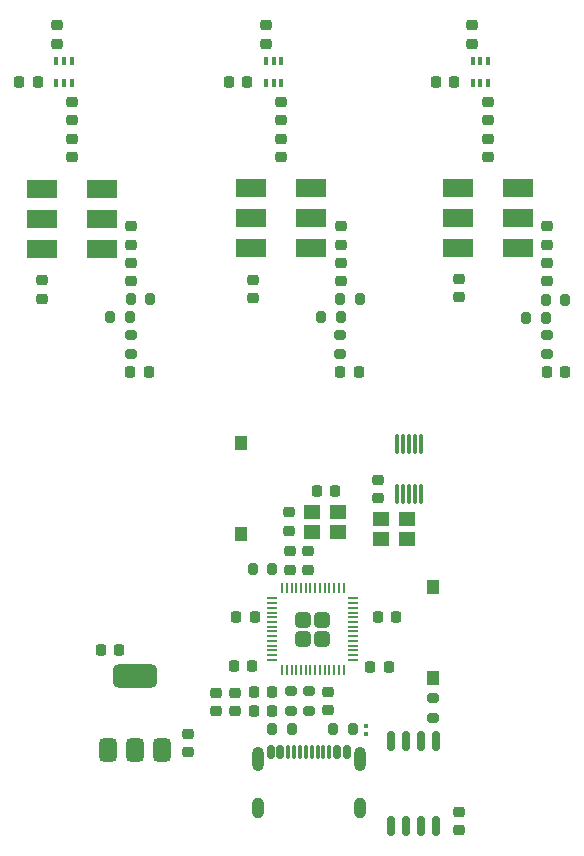
<source format=gbr>
%TF.GenerationSoftware,KiCad,Pcbnew,9.0.0*%
%TF.CreationDate,2025-05-17T06:27:11-04:00*%
%TF.ProjectId,phase-interferometer,70686173-652d-4696-9e74-65726665726f,rev?*%
%TF.SameCoordinates,Original*%
%TF.FileFunction,Paste,Top*%
%TF.FilePolarity,Positive*%
%FSLAX46Y46*%
G04 Gerber Fmt 4.6, Leading zero omitted, Abs format (unit mm)*
G04 Created by KiCad (PCBNEW 9.0.0) date 2025-05-17 06:27:11*
%MOMM*%
%LPD*%
G01*
G04 APERTURE LIST*
G04 Aperture macros list*
%AMRoundRect*
0 Rectangle with rounded corners*
0 $1 Rounding radius*
0 $2 $3 $4 $5 $6 $7 $8 $9 X,Y pos of 4 corners*
0 Add a 4 corners polygon primitive as box body*
4,1,4,$2,$3,$4,$5,$6,$7,$8,$9,$2,$3,0*
0 Add four circle primitives for the rounded corners*
1,1,$1+$1,$2,$3*
1,1,$1+$1,$4,$5*
1,1,$1+$1,$6,$7*
1,1,$1+$1,$8,$9*
0 Add four rect primitives between the rounded corners*
20,1,$1+$1,$2,$3,$4,$5,0*
20,1,$1+$1,$4,$5,$6,$7,0*
20,1,$1+$1,$6,$7,$8,$9,0*
20,1,$1+$1,$8,$9,$2,$3,0*%
G04 Aperture macros list end*
%ADD10R,1.400000X1.200000*%
%ADD11RoundRect,0.087500X0.087500X-0.725000X0.087500X0.725000X-0.087500X0.725000X-0.087500X-0.725000X0*%
%ADD12RoundRect,0.225000X0.250000X-0.225000X0.250000X0.225000X-0.250000X0.225000X-0.250000X-0.225000X0*%
%ADD13RoundRect,0.225000X0.225000X0.250000X-0.225000X0.250000X-0.225000X-0.250000X0.225000X-0.250000X0*%
%ADD14R,2.540000X1.650000*%
%ADD15RoundRect,0.200000X0.275000X-0.200000X0.275000X0.200000X-0.275000X0.200000X-0.275000X-0.200000X0*%
%ADD16RoundRect,0.225000X-0.250000X0.225000X-0.250000X-0.225000X0.250000X-0.225000X0.250000X0.225000X0*%
%ADD17RoundRect,0.225000X-0.225000X-0.250000X0.225000X-0.250000X0.225000X0.250000X-0.225000X0.250000X0*%
%ADD18RoundRect,0.200000X-0.200000X-0.275000X0.200000X-0.275000X0.200000X0.275000X-0.200000X0.275000X0*%
%ADD19RoundRect,0.100000X0.100000X-0.225000X0.100000X0.225000X-0.100000X0.225000X-0.100000X-0.225000X0*%
%ADD20RoundRect,0.200000X0.200000X0.275000X-0.200000X0.275000X-0.200000X-0.275000X0.200000X-0.275000X0*%
%ADD21RoundRect,0.150000X-0.150000X-0.425000X0.150000X-0.425000X0.150000X0.425000X-0.150000X0.425000X0*%
%ADD22RoundRect,0.075000X-0.075000X-0.500000X0.075000X-0.500000X0.075000X0.500000X-0.075000X0.500000X0*%
%ADD23O,1.000000X2.100000*%
%ADD24O,1.000000X1.800000*%
%ADD25RoundRect,0.200000X-0.275000X0.200000X-0.275000X-0.200000X0.275000X-0.200000X0.275000X0.200000X0*%
%ADD26R,1.000000X1.250000*%
%ADD27RoundRect,0.375000X0.375000X-0.625000X0.375000X0.625000X-0.375000X0.625000X-0.375000X-0.625000X0*%
%ADD28RoundRect,0.500000X1.400000X-0.500000X1.400000X0.500000X-1.400000X0.500000X-1.400000X-0.500000X0*%
%ADD29RoundRect,0.079500X0.100500X-0.079500X0.100500X0.079500X-0.100500X0.079500X-0.100500X-0.079500X0*%
%ADD30RoundRect,0.249999X0.395001X0.395001X-0.395001X0.395001X-0.395001X-0.395001X0.395001X-0.395001X0*%
%ADD31RoundRect,0.050000X0.387500X0.050000X-0.387500X0.050000X-0.387500X-0.050000X0.387500X-0.050000X0*%
%ADD32RoundRect,0.050000X0.050000X0.387500X-0.050000X0.387500X-0.050000X-0.387500X0.050000X-0.387500X0*%
%ADD33RoundRect,0.162500X-0.162500X0.650000X-0.162500X-0.650000X0.162500X-0.650000X0.162500X0.650000X0*%
G04 APERTURE END LIST*
D10*
%TO.C,Y4*%
X159800000Y-100978833D03*
X162000000Y-100978833D03*
X162000000Y-102678833D03*
X159800000Y-102678833D03*
%TD*%
D11*
%TO.C,Y1*%
X161200000Y-94566333D03*
X161700000Y-94566333D03*
X162200000Y-94566333D03*
X162700000Y-94566333D03*
X163200000Y-94566333D03*
X163200000Y-98791333D03*
X162700000Y-98791333D03*
X162200000Y-98791333D03*
X161700000Y-98791333D03*
X161200000Y-98791333D03*
%TD*%
D12*
%TO.C,C41*%
X159600000Y-97603833D03*
X159600000Y-99153833D03*
%TD*%
D13*
%TO.C,C3*%
X166015000Y-63960000D03*
X164465000Y-63960000D03*
%TD*%
D10*
%TO.C,Y3*%
X153950000Y-102050000D03*
X156150000Y-102050000D03*
X156150000Y-100350000D03*
X153950000Y-100350000D03*
%TD*%
D14*
%TO.C,U5*%
X153930000Y-78000000D03*
X153930000Y-75460000D03*
X153930000Y-72920000D03*
X148850000Y-72920000D03*
X148850000Y-75460000D03*
X148850000Y-78000000D03*
%TD*%
D13*
%TO.C,C27*%
X161075000Y-109200000D03*
X159525000Y-109200000D03*
%TD*%
D15*
%TO.C,R5*%
X156390000Y-87010000D03*
X156390000Y-85360000D03*
%TD*%
D13*
%TO.C,C14*%
X160475000Y-113500000D03*
X158925000Y-113500000D03*
%TD*%
D16*
%TO.C,C18*%
X156440000Y-76160000D03*
X156440000Y-77710000D03*
%TD*%
D12*
%TO.C,C16*%
X131150000Y-82275000D03*
X131150000Y-80725000D03*
%TD*%
D17*
%TO.C,C22*%
X156390000Y-88510000D03*
X157940000Y-88510000D03*
%TD*%
D18*
%TO.C,R9*%
X173790000Y-82360000D03*
X175440000Y-82360000D03*
%TD*%
D12*
%TO.C,C40*%
X143500000Y-120675000D03*
X143500000Y-119125000D03*
%TD*%
D19*
%TO.C,U6*%
X167590000Y-64060000D03*
X168240000Y-64060000D03*
X168890000Y-64060000D03*
X168890000Y-62160000D03*
X168240000Y-62160000D03*
X167590000Y-62160000D03*
%TD*%
D12*
%TO.C,C17*%
X148950000Y-82235000D03*
X148950000Y-80685000D03*
%TD*%
D19*
%TO.C,U4*%
X150090000Y-64060000D03*
X150740000Y-64060000D03*
X151390000Y-64060000D03*
X151390000Y-62160000D03*
X150740000Y-62160000D03*
X150090000Y-62160000D03*
%TD*%
D16*
%TO.C,C9*%
X168890000Y-65610000D03*
X168890000Y-67160000D03*
%TD*%
D20*
%TO.C,R7*%
X173765000Y-83910000D03*
X172115000Y-83910000D03*
%TD*%
D16*
%TO.C,C8*%
X151340000Y-65610000D03*
X151340000Y-67160000D03*
%TD*%
D21*
%TO.C,J1*%
X150500000Y-120670000D03*
X151300000Y-120670000D03*
D22*
X152450000Y-120670000D03*
X153450000Y-120670000D03*
X153950000Y-120670000D03*
X154950000Y-120670000D03*
D21*
X156100000Y-120670000D03*
X156900000Y-120670000D03*
X156900000Y-120670000D03*
X156100000Y-120670000D03*
D22*
X155450000Y-120670000D03*
X154450000Y-120670000D03*
X152950000Y-120670000D03*
X151950000Y-120670000D03*
D21*
X151300000Y-120670000D03*
X150500000Y-120670000D03*
D23*
X149380000Y-121245000D03*
D24*
X149380000Y-125425000D03*
D23*
X158020000Y-121245000D03*
D24*
X158020000Y-125425000D03*
%TD*%
D25*
%TO.C,R11*%
X152164488Y-115543698D03*
X152164488Y-117193698D03*
%TD*%
D15*
%TO.C,R10*%
X153764488Y-117193698D03*
X153764488Y-115543698D03*
%TD*%
D17*
%TO.C,C33*%
X149039488Y-115618698D03*
X150589488Y-115618698D03*
%TD*%
D16*
%TO.C,C38*%
X152000000Y-100375000D03*
X152000000Y-101925000D03*
%TD*%
D12*
%TO.C,C36*%
X166400000Y-127275000D03*
X166400000Y-125725000D03*
%TD*%
D16*
%TO.C,C10*%
X133690000Y-68760000D03*
X133690000Y-70310000D03*
%TD*%
%TO.C,C12*%
X168890000Y-68760000D03*
X168890000Y-70310000D03*
%TD*%
%TO.C,C11*%
X151340000Y-68760000D03*
X151340000Y-70310000D03*
%TD*%
D15*
%TO.C,R3*%
X138640000Y-87010000D03*
X138640000Y-85360000D03*
%TD*%
D16*
%TO.C,C21*%
X156440000Y-79235000D03*
X156440000Y-80785000D03*
%TD*%
D17*
%TO.C,C37*%
X154375000Y-98600000D03*
X155925000Y-98600000D03*
%TD*%
D16*
%TO.C,C34*%
X152100000Y-103675000D03*
X152100000Y-105225000D03*
%TD*%
%TO.C,C28*%
X153629652Y-103675000D03*
X153629652Y-105225000D03*
%TD*%
D19*
%TO.C,U3*%
X132340000Y-64060000D03*
X132990000Y-64060000D03*
X133640000Y-64060000D03*
X133640000Y-62160000D03*
X132990000Y-62160000D03*
X132340000Y-62160000D03*
%TD*%
D17*
%TO.C,C20*%
X138590000Y-88510000D03*
X140140000Y-88510000D03*
%TD*%
D20*
%TO.C,R12*%
X152275000Y-118750000D03*
X150625000Y-118750000D03*
%TD*%
D26*
%TO.C,SW1*%
X164200000Y-106675000D03*
X164200000Y-114425000D03*
%TD*%
D27*
%TO.C,U9*%
X136700000Y-120500000D03*
X139000000Y-120500000D03*
D28*
X139000000Y-114200000D03*
D27*
X141300000Y-120500000D03*
%TD*%
D17*
%TO.C,C26*%
X173840000Y-88510000D03*
X175390000Y-88510000D03*
%TD*%
D18*
%TO.C,R15*%
X148975000Y-105200000D03*
X150625000Y-105200000D03*
%TD*%
D12*
%TO.C,C32*%
X155314488Y-117143698D03*
X155314488Y-115593698D03*
%TD*%
D16*
%TO.C,C15*%
X138690000Y-76160000D03*
X138690000Y-77710000D03*
%TD*%
D13*
%TO.C,C1*%
X130740000Y-63960000D03*
X129190000Y-63960000D03*
%TD*%
D14*
%TO.C,U7*%
X171440000Y-77990000D03*
X171440000Y-75450000D03*
X171440000Y-72910000D03*
X166360000Y-72910000D03*
X166360000Y-75450000D03*
X166360000Y-77990000D03*
%TD*%
D18*
%TO.C,R13*%
X155775000Y-118750000D03*
X157425000Y-118750000D03*
%TD*%
D20*
%TO.C,R2*%
X138565000Y-83860000D03*
X136915000Y-83860000D03*
%TD*%
D29*
%TO.C,FB1*%
X158550000Y-119145000D03*
X158550000Y-118455000D03*
%TD*%
D17*
%TO.C,C29*%
X147575000Y-109250000D03*
X149125000Y-109250000D03*
%TD*%
D30*
%TO.C,U1*%
X154850000Y-111062500D03*
X154850000Y-109462500D03*
X153250000Y-111062500D03*
X153250000Y-109462500D03*
D31*
X157487500Y-112862500D03*
X157487500Y-112462500D03*
X157487500Y-112062500D03*
X157487500Y-111662500D03*
X157487500Y-111262500D03*
X157487500Y-110862500D03*
X157487500Y-110462500D03*
X157487500Y-110062500D03*
X157487500Y-109662500D03*
X157487500Y-109262500D03*
X157487500Y-108862500D03*
X157487500Y-108462500D03*
X157487500Y-108062500D03*
X157487500Y-107662500D03*
D32*
X156650000Y-106825000D03*
X156250000Y-106825000D03*
X155850000Y-106825000D03*
X155450000Y-106825000D03*
X155050000Y-106825000D03*
X154650000Y-106825000D03*
X154250000Y-106825000D03*
X153850000Y-106825000D03*
X153450000Y-106825000D03*
X153050000Y-106825000D03*
X152650000Y-106825000D03*
X152250000Y-106825000D03*
X151850000Y-106825000D03*
X151450000Y-106825000D03*
D31*
X150612500Y-107662500D03*
X150612500Y-108062500D03*
X150612500Y-108462500D03*
X150612500Y-108862500D03*
X150612500Y-109262500D03*
X150612500Y-109662500D03*
X150612500Y-110062500D03*
X150612500Y-110462500D03*
X150612500Y-110862500D03*
X150612500Y-111262500D03*
X150612500Y-111662500D03*
X150612500Y-112062500D03*
X150612500Y-112462500D03*
X150612500Y-112862500D03*
D32*
X151450000Y-113700000D03*
X151850000Y-113700000D03*
X152250000Y-113700000D03*
X152650000Y-113700000D03*
X153050000Y-113700000D03*
X153450000Y-113700000D03*
X153850000Y-113700000D03*
X154250000Y-113700000D03*
X154650000Y-113700000D03*
X155050000Y-113700000D03*
X155450000Y-113700000D03*
X155850000Y-113700000D03*
X156250000Y-113700000D03*
X156650000Y-113700000D03*
%TD*%
D17*
%TO.C,C30*%
X147375000Y-113400000D03*
X148925000Y-113400000D03*
%TD*%
D16*
%TO.C,C5*%
X150090000Y-59160000D03*
X150090000Y-60710000D03*
%TD*%
D14*
%TO.C,U2*%
X136180000Y-78100000D03*
X136180000Y-75560000D03*
X136180000Y-73020000D03*
X131100000Y-73020000D03*
X131100000Y-75560000D03*
X131100000Y-78100000D03*
%TD*%
D15*
%TO.C,R8*%
X173840000Y-87010000D03*
X173840000Y-85360000D03*
%TD*%
D33*
%TO.C,U8*%
X164505000Y-119762500D03*
X163235000Y-119762500D03*
X161965000Y-119762500D03*
X160695000Y-119762500D03*
X160695000Y-126937500D03*
X161965000Y-126937500D03*
X163235000Y-126937500D03*
X164505000Y-126937500D03*
%TD*%
D12*
%TO.C,C23*%
X166410000Y-82135000D03*
X166410000Y-80585000D03*
%TD*%
D16*
%TO.C,C13*%
X145864488Y-115643698D03*
X145864488Y-117193698D03*
%TD*%
D18*
%TO.C,R1*%
X138615000Y-82310000D03*
X140265000Y-82310000D03*
%TD*%
D26*
%TO.C,SW2*%
X147950000Y-94475000D03*
X147950000Y-102225000D03*
%TD*%
D25*
%TO.C,R14*%
X164200000Y-116125000D03*
X164200000Y-117775000D03*
%TD*%
D16*
%TO.C,C6*%
X167565000Y-59160000D03*
X167565000Y-60710000D03*
%TD*%
%TO.C,C25*%
X173840000Y-79285000D03*
X173840000Y-80835000D03*
%TD*%
D12*
%TO.C,C31*%
X147464488Y-117193698D03*
X147464488Y-115643698D03*
%TD*%
D20*
%TO.C,R4*%
X156415000Y-83860000D03*
X154765000Y-83860000D03*
%TD*%
D16*
%TO.C,C7*%
X133690000Y-65610000D03*
X133690000Y-67160000D03*
%TD*%
%TO.C,C24*%
X173840000Y-76160000D03*
X173840000Y-77710000D03*
%TD*%
D13*
%TO.C,C2*%
X148490000Y-63960000D03*
X146940000Y-63960000D03*
%TD*%
D16*
%TO.C,C4*%
X132390000Y-59160000D03*
X132390000Y-60710000D03*
%TD*%
D18*
%TO.C,R6*%
X156390000Y-82310000D03*
X158040000Y-82310000D03*
%TD*%
D13*
%TO.C,C39*%
X137625000Y-112050000D03*
X136075000Y-112050000D03*
%TD*%
%TO.C,C35*%
X150589488Y-117218698D03*
X149039488Y-117218698D03*
%TD*%
D16*
%TO.C,C19*%
X138690000Y-79260000D03*
X138690000Y-80810000D03*
%TD*%
M02*

</source>
